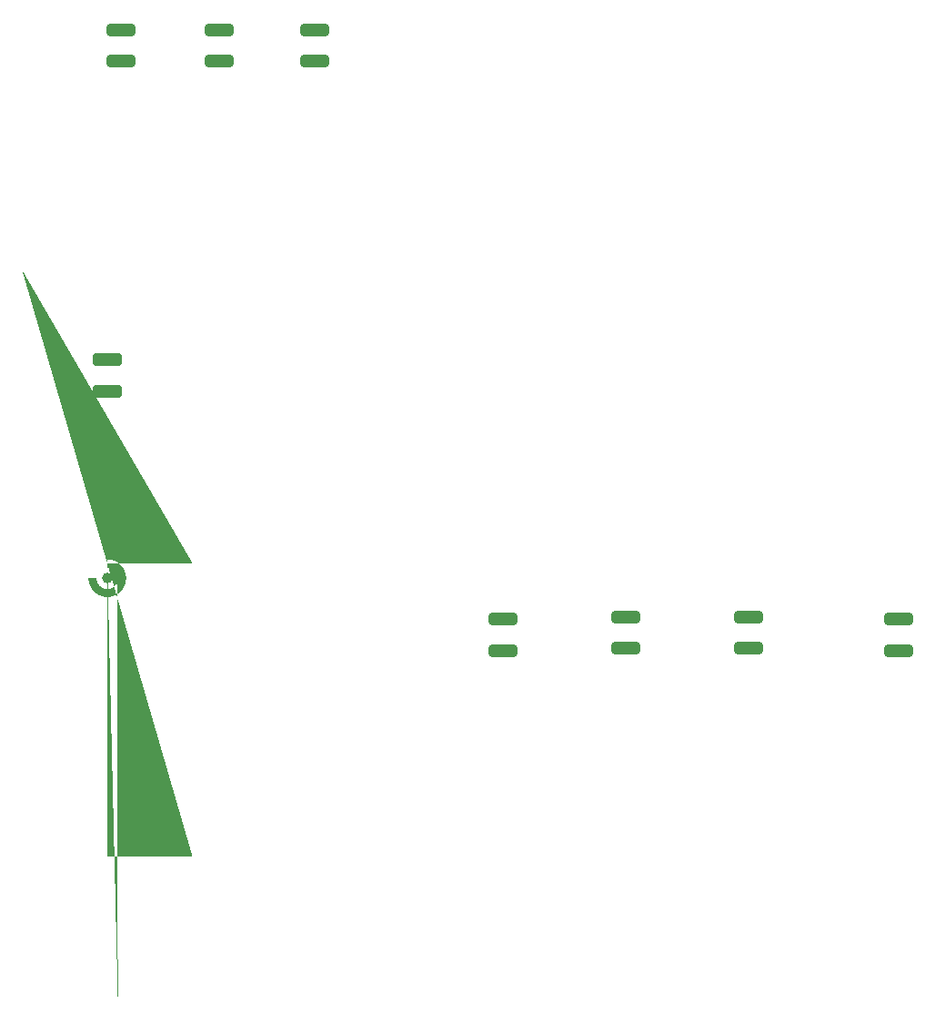
<source format=gbr>
%TF.GenerationSoftware,KiCad,Pcbnew,(6.0.0)*%
%TF.CreationDate,2024-11-06T11:00:43+02:00*%
%TF.ProjectId,second_pr.kicad_sch-1,7365636f-6e64-45f7-9072-2e6b69636164,0*%
%TF.SameCoordinates,Original*%
%TF.FileFunction,Paste,Top*%
%TF.FilePolarity,Positive*%
%FSLAX46Y46*%
G04 Gerber Fmt 4.6, Leading zero omitted, Abs format (unit mm)*
G04 Created by KiCad (PCBNEW (6.0.0)) date 2024-11-06 11:00:43*
%MOMM*%
%LPD*%
G01*
G04 APERTURE LIST*
G04 Aperture macros list*
%AMRoundRect*
0 Rectangle with rounded corners*
0 $1 Rounding radius*
0 $2 $3 $4 $5 $6 $7 $8 $9 X,Y pos of 4 corners*
0 Add a 4 corners polygon primitive as box body*
4,1,4,$2,$3,$4,$5,$6,$7,$8,$9,$2,$3,0*
0 Add four circle primitives for the rounded corners*
1,1,$1+$1,$2,$3*
1,1,$1+$1,$4,$5*
1,1,$1+$1,$6,$7*
1,1,$1+$1,$8,$9*
0 Add four rect primitives between the rounded corners*
20,1,$1+$1,$2,$3,$4,$5,0*
20,1,$1+$1,$4,$5,$6,$7,0*
20,1,$1+$1,$6,$7,$8,$9,0*
20,1,$1+$1,$8,$9,$2,$3,0*%
%AMFreePoly0*
4,1,85,0.032093,0.369917,0.152523,0.368341,0.408529,0.326647,0.655562,0.247572,0.888192,0.132851,1.101311,-0.014995,1.290235,-0.192717,1.450816,-0.396412,1.579524,-0.621606,1.673533,-0.863350,1.730778,-1.116334,1.750000,-1.375000,1.747602,-1.466588,1.714868,-1.723894,1.644462,-1.973535,1.537930,-2.210028,1.397612,-2.428176,1.226591,-2.623188,1.028624,-2.790780,0.808060,-2.927269,
0.569744,-3.029658,0.318912,-3.095696,0.061074,-3.123934,-0.198106,-3.113751,-0.452933,-3.065370,-0.697811,-2.979855,-0.927359,-2.859084,-1.136534,-2.705710,-1.320742,-2.523103,-1.475935,-2.315274,-1.598705,-2.086789,-1.686353,-1.842667,-1.736956,-1.588271,-1.747874,-1.360970,-1.004741,-1.360970,-0.988331,-1.556393,-0.934276,-1.744906,-0.844634,-1.919330,-0.722821,-2.073020,-0.573475,-2.200123,
-0.402286,-2.295797,-0.215774,-2.356398,-0.021044,-2.379619,0.174488,-2.364573,0.363374,-2.311835,0.538420,-2.223414,0.692957,-2.102676,0.821099,-1.954222,0.917966,-1.783705,0.979868,-1.597621,1.004447,-1.403057,1.004839,-1.375000,0.985702,-1.179826,0.929020,-0.992086,0.836952,-0.818931,0.713004,-0.666956,0.561899,-0.541951,0.389391,-0.448676,0.202051,-0.390685,0.021074,-0.371662,
0.000000,-0.375000,-0.016747,-0.372348,-0.188288,-0.387959,-0.376419,-0.443330,-0.550213,-0.534187,-0.703049,-0.657070,-0.829106,-0.807299,-0.923583,-0.979152,-0.982881,-1.166082,-1.004741,-1.360970,-1.747874,-1.360970,-1.749400,-1.329190,-1.723414,-1.071116,-1.659566,-0.819717,-1.559261,-0.580517,-1.424702,-0.358770,-1.258845,-0.159348,-1.065333,0.013368,-0.848417,0.155584,-0.612863,0.264176,
-0.363845,0.336758,-0.106835,0.371736,-0.027193,0.370693,0.000000,0.375000,0.032093,0.369917,0.032093,0.369917,$1*%
G04 Aperture macros list end*
%ADD10FreePoly0,0.000000*%
%ADD11C,1.000000*%
%ADD12RoundRect,0.250000X-1.075000X0.312500X-1.075000X-0.312500X1.075000X-0.312500X1.075000X0.312500X0*%
%ADD13RoundRect,0.250000X-1.100000X0.325000X-1.100000X-0.325000X1.100000X-0.325000X1.100000X0.325000X0*%
G04 APERTURE END LIST*
D10*
%TO.C,MK1*%
X191770000Y-145945000D03*
D11*
X191770000Y-147320000D03*
%TD*%
D12*
%TO.C,R7*%
X265430000Y-151130000D03*
X265430000Y-154055000D03*
%TD*%
%TO.C,R4*%
X228600000Y-151130000D03*
X228600000Y-154055000D03*
%TD*%
%TO.C,R5*%
X240030000Y-150937500D03*
X240030000Y-153862500D03*
%TD*%
%TO.C,R1*%
X193040000Y-96327500D03*
X193040000Y-99252500D03*
%TD*%
%TO.C,R3*%
X211012500Y-96327500D03*
X211012500Y-99252500D03*
%TD*%
%TO.C,R6*%
X251460000Y-150937500D03*
X251460000Y-153862500D03*
%TD*%
%TO.C,R2*%
X202122500Y-96327500D03*
X202122500Y-99252500D03*
%TD*%
D13*
%TO.C,C1*%
X191770000Y-127000000D03*
X191770000Y-129950000D03*
%TD*%
M02*

</source>
